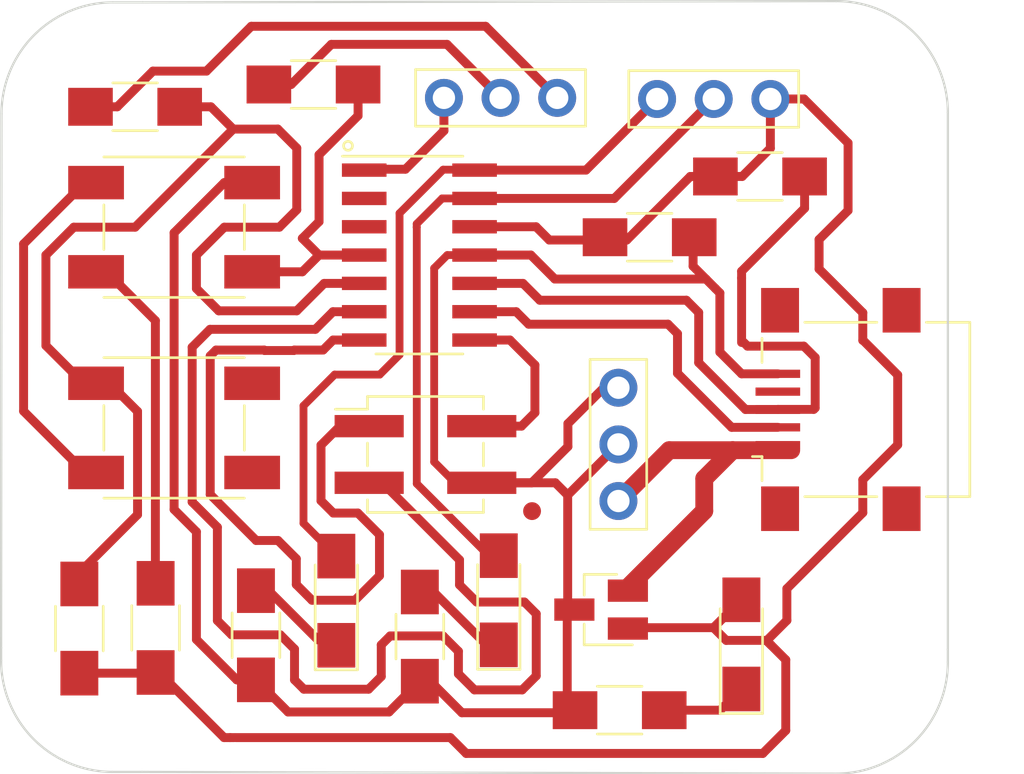
<source format=kicad_pcb>
(kicad_pcb (version 20221018) (generator pcbnew)
  (layers (0 "F.Cu" signal) (31 "B.Cu" signal) (34 "B.Paste" user) (35 "F.Paste" user) (36 "B.SilkS" user "B.Silkscreen") (37 "F.SilkS" user "F.Silkscreen") (38 "B.Mask" user) (39 "F.Mask" user) (44 "Edge.Cuts" user))
  (net 0 "")
  (net 1 "+3.3V")
  (net 2 "GND")
  (net 3 "Net-(D4-K)")
  (net 4 "VBUS")
  (net 9 "Net-(J3-Pin_1)")
  (net 10 "Net-(J3-Pin_2)")
  (net 11 "Net-(D1-K)")
  (net 12 "Net-(D2-K)")
  (net 13 "D-")
  (net 14 "D+")
  (net 15 "Sensor 1")
  (net 16 "Sensor 2")
  (net 17 "+")
  (net 18 "-")
  (net 19 "LIGHT")
  (net 20 "Net-(J5-Pin_2)")
  (net 21 "Net-(J5-Pin_3)")
  (net 22 "Net-(J3-Pin_3)")
  (footprint "fab:R_1206" (layer "F.Cu") (at 182.42 112.3 -90)
    (fp_text reference "R9" hide)
    (fp_text value "R_1206" hide)
    (fp_line (start -1 -1.07) (end 1 -1.07) (stroke (width 0.12)) (layer "F.SilkS"))
    (fp_line (start 1 1.07) (end -1 1.07) (stroke (width 0.12)) (layer "F.SilkS"))
    (pad "1" smd rect (at -2 0 270) (size 2 1.7) (layers "F.Cu" "F.Paste" "F.Mask") (net 12 "Net-(D2-K)"))
    (pad "2" smd rect (at 2 0 270) (size 2 1.7) (layers "F.Cu" "F.Paste" "F.Mask") (net 2 "GND"))
  )
  (footprint "fab:C_1206" (layer "F.Cu") (at 200.075 94.45)
    (fp_text reference "C1" hide)
    (fp_text value "100n" hide)
    (fp_line (start -1 -1.07) (end 1 -1.07) (stroke (width 0.12)) (layer "F.SilkS"))
    (fp_line (start 1 1.07) (end -1 1.07) (stroke (width 0.12)) (layer "F.SilkS"))
    (pad "1" smd rect (at -2 0) (size 2 1.7) (layers "F.Cu" "F.Paste" "F.Mask") (net 1 "+3.3V"))
    (pad "2" smd rect (at 2 0) (size 2 1.7) (layers "F.Cu" "F.Paste" "F.Mask") (net 2 "GND"))
  )
  (footprint "fab:LED_1206" (layer "F.Cu") (at 186.025 110.75 90)
    (fp_text reference "D2" hide)
    (fp_text value "LED_1206" hide)
    (fp_line (start -3.1 -0.95) (end -3.1 0.95) (stroke (width 0.12)) (layer "F.SilkS"))
    (fp_line (start -3.1 -0.95) (end 1.6 -0.95) (stroke (width 0.12)) (layer "F.SilkS"))
    (fp_line (start -3.1 0.95) (end 1.6 0.95) (stroke (width 0.12)) (layer "F.SilkS"))
    (pad "1" smd rect (at -2 0 90) (size 2 1.7) (layers "F.Cu" "F.Paste" "F.Mask") (net 12 "Net-(D2-K)"))
    (pad "2" smd rect (at 2 0 90) (size 2 1.7) (layers "F.Cu" "F.Paste" "F.Mask") (net 16 "Sensor 2"))
  )
  (footprint "fab:Button_Omron_B3SN_6.0x6.0mm" (layer "F.Cu") (at 178.75 103)
    (fp_text reference "SW4" hide)
    (fp_text value "Switch_Tactile_Omron" hide)
    (fp_line (start -3.15 -3.15) (end 3.15 -3.15) (stroke (width 0.12)) (layer "F.SilkS"))
    (fp_line (start -3.15 1) (end -3.15 -1) (stroke (width 0.12)) (layer "F.SilkS"))
    (fp_line (start 3.15 -1) (end 3.15 1) (stroke (width 0.12)) (layer "F.SilkS"))
    (fp_line (start 3.15 3.15) (end -3.15 3.15) (stroke (width 0.12)) (layer "F.SilkS"))
    (pad "1" smd rect (at -3.5 -2) (size 2.5 1.5) (layers "F.Cu" "F.Paste" "F.Mask") (net 17 "+"))
    (pad "1" smd rect (at 3.5 -2) (size 2.5 1.5) (layers "F.Cu" "F.Paste" "F.Mask") (net 17 "+"))
    (pad "2" smd rect (at -3.5 2) (size 2.5 1.5) (layers "F.Cu" "F.Paste" "F.Mask") (net 2 "GND"))
    (pad "2" smd rect (at 3.5 2) (size 2.5 1.5) (layers "F.Cu" "F.Paste" "F.Mask") (net 2 "GND"))
  )
  (footprint "fab:R_1206" (layer "F.Cu") (at 205.025 91.725 180)
    (fp_text reference "R1" hide)
    (fp_text value "1k5" hide)
    (fp_line (start -1 -1.07) (end 1 -1.07) (stroke (width 0.12)) (layer "F.SilkS"))
    (fp_line (start 1 1.07) (end -1 1.07) (stroke (width 0.12)) (layer "F.SilkS"))
    (pad "1" smd rect (at -2 0 180) (size 2 1.7) (layers "F.Cu" "F.Paste" "F.Mask") (net 14 "D+"))
    (pad "2" smd rect (at 2 0 180) (size 2 1.7) (layers "F.Cu" "F.Paste" "F.Mask") (net 1 "+3.3V"))
  )
  (footprint "fab:R_1206" (layer "F.Cu") (at 189.77 112.36 -90)
    (fp_text reference "R7" hide)
    (fp_text value "R_1206" hide)
    (fp_line (start -1 -1.07) (end 1 -1.07) (stroke (width 0.12)) (layer "F.SilkS"))
    (fp_line (start 1 1.07) (end -1 1.07) (stroke (width 0.12)) (layer "F.SilkS"))
    (pad "1" smd rect (at -2 0 270) (size 2 1.7) (layers "F.Cu" "F.Paste" "F.Mask") (net 11 "Net-(D1-K)"))
    (pad "2" smd rect (at 2 0 270) (size 2 1.7) (layers "F.Cu" "F.Paste" "F.Mask") (net 2 "GND"))
  )
  (footprint "fab:R_1206" (layer "F.Cu") (at 177.92 111.97 -90)
    (fp_text reference "R8" hide)
    (fp_text value "R_1206" hide)
    (fp_line (start -1 -1.07) (end 1 -1.07) (stroke (width 0.12)) (layer "F.SilkS"))
    (fp_line (start 1 1.07) (end -1 1.07) (stroke (width 0.12)) (layer "F.SilkS"))
    (pad "1" smd rect (at -2 0 270) (size 2 1.7) (layers "F.Cu" "F.Paste" "F.Mask") (net 18 "-"))
    (pad "2" smd rect (at 2 0 270) (size 2 1.7) (layers "F.Cu" "F.Paste" "F.Mask") (net 1 "+3.3V"))
  )
  (footprint "fab:PinHeader_1x03_P2.54mm_Vertical_THT_D1mm" (layer "F.Cu") (at 190.85 88.2 90)
    (fp_text reference "J5" hide)
    (fp_text value "Conn_PinHeader_1x03_P2.54mm_Vertical_THT_D1mm" hide)
    (fp_line (start -1.27 -1.27) (end -1.27 6.35) (stroke (width 0.12)) (layer "F.SilkS"))
    (fp_line (start -1.27 -1.27) (end 1.27 -1.27) (stroke (width 0.12)) (layer "F.SilkS"))
    (fp_line (start -1.27 6.35) (end 1.27 6.35) (stroke (width 0.12)) (layer "F.SilkS"))
    (fp_line (start 1.27 -1.27) (end 1.27 6.35) (stroke (width 0.12)) (layer "F.SilkS"))
    (pad "1" thru_hole oval (at 0 0 90) (size 1.7 1.7) (drill 1) (layers "*.Cu" "*.Mask") (net 19 "LIGHT"))
    (pad "2" thru_hole oval (at 0 2.54 90) (size 1.7 1.7) (drill 1) (layers "*.Cu" "*.Mask") (net 20 "Net-(J5-Pin_2)"))
    (pad "3" thru_hole oval (at 0 5.08 90) (size 1.7 1.7) (drill 1) (layers "*.Cu" "*.Mask") (net 21 "Net-(J5-Pin_3)"))
  )
  (footprint "fab:R_1206" (layer "F.Cu") (at 177 88.6)
    (fp_text reference "R4" hide)
    (fp_text value "R_1206" hide)
    (fp_line (start -1 -1.07) (end 1 -1.07) (stroke (width 0.12)) (layer "F.SilkS"))
    (fp_line (start 1 1.07) (end -1 1.07) (stroke (width 0.12)) (layer "F.SilkS"))
    (pad "1" smd rect (at -2 0) (size 2 1.7) (layers "F.Cu" "F.Paste" "F.Mask") (net 21 "Net-(J5-Pin_3)"))
    (pad "2" smd rect (at 2 0) (size 2 1.7) (layers "F.Cu" "F.Paste" "F.Mask") (net 17 "+"))
  )
  (footprint "fab:R_1206" (layer "F.Cu") (at 174.5 112 -90)
    (fp_text reference "R3" hide)
    (fp_text value "R_1206" hide)
    (fp_line (start -1 -1.07) (end 1 -1.07) (stroke (width 0.12)) (layer "F.SilkS"))
    (fp_line (start 1 1.07) (end -1 1.07) (stroke (width 0.12)) (layer "F.SilkS"))
    (pad "1" smd rect (at -2 0 270) (size 2 1.7) (layers "F.Cu" "F.Paste" "F.Mask") (net 17 "+"))
    (pad "2" smd rect (at 2 0 270) (size 2 1.7) (layers "F.Cu" "F.Paste" "F.Mask") (net 1 "+3.3V"))
  )
  (footprint "fab:LED_1206" (layer "F.Cu") (at 204.19 112.71 90)
    (fp_text reference "D4" hide)
    (fp_text value "LED" hide)
    (fp_line (start -3.1 -0.95) (end -3.1 0.95) (stroke (width 0.12)) (layer "F.SilkS"))
    (fp_line (start -3.1 -0.95) (end 1.6 -0.95) (stroke (width 0.12)) (layer "F.SilkS"))
    (fp_line (start -3.1 0.95) (end 1.6 0.95) (stroke (width 0.12)) (layer "F.SilkS"))
    (pad "1" smd rect (at -2 0 90) (size 2 1.7) (layers "F.Cu" "F.Paste" "F.Mask") (net 3 "Net-(D4-K)"))
    (pad "2" smd rect (at 2 0 90) (size 2 1.7) (layers "F.Cu" "F.Paste" "F.Mask") (net 1 "+3.3V"))
  )
  (footprint "fab:R_1206" (layer "F.Cu") (at 185 87.6)
    (fp_text reference "R5" hide)
    (fp_text value "R_1206" hide)
    (fp_line (start -1 -1.07) (end 1 -1.07) (stroke (width 0.12)) (layer "F.SilkS"))
    (fp_line (start 1 1.07) (end -1 1.07) (stroke (width 0.12)) (layer "F.SilkS"))
    (pad "1" smd rect (at -2 0) (size 2 1.7) (layers "F.Cu" "F.Paste" "F.Mask") (net 20 "Net-(J5-Pin_2)"))
    (pad "2" smd rect (at 2 0) (size 2 1.7) (layers "F.Cu" "F.Paste" "F.Mask") (net 18 "-"))
  )
  (footprint "fab:SOT-23" (layer "F.Cu") (at 197.9 111.15 180)
    (fp_text reference "U3" hide)
    (fp_text value "LM3480-3.3" hide)
    (fp_line (start 0.76 -1.58) (end -1.4 -1.58) (stroke (width 0.12)) (layer "F.SilkS"))
    (fp_line (start 0.76 -1.58) (end 0.76 -0.65) (stroke (width 0.12)) (layer "F.SilkS"))
    (fp_line (start 0.76 1.58) (end -0.7 1.58) (stroke (width 0.12)) (layer "F.SilkS"))
    (fp_line (start 0.76 1.58) (end 0.76 0.65) (stroke (width 0.12)) (layer "F.SilkS"))
    (pad "1" smd rect (at -1.2 -0.85 180) (size 1.8 1) (layers "F.Cu" "F.Paste" "F.Mask") (net 1 "+3.3V"))
    (pad "2" smd rect (at -1.2 0.85 180) (size 1.8 1) (layers "F.Cu" "F.Paste" "F.Mask") (net 4 "VBUS"))
    (pad "3" smd rect (at 1.2 0 180) (size 1.8 1) (layers "F.Cu" "F.Paste" "F.Mask") (net 2 "GND"))
  )
  (footprint "fab:PinHeader_1x03_P2.54mm_Vertical_THT_D1mm" (layer "F.Cu") (at 200.41 88.25 90)
    (fp_text reference "J2" hide)
    (fp_text value "Conn_PinHeader_1x03_P2.54mm_Vertical_THT_D1mm" hide)
    (fp_line (start -1.27 -1.27) (end -1.27 6.35) (stroke (width 0.12)) (layer "F.SilkS"))
    (fp_line (start -1.27 -1.27) (end 1.27 -1.27) (stroke (width 0.12)) (layer "F.SilkS"))
    (fp_line (start -1.27 6.35) (end 1.27 6.35) (stroke (width 0.12)) (layer "F.SilkS"))
    (fp_line (start 1.27 -1.27) (end 1.27 6.35) (stroke (width 0.12)) (layer "F.SilkS"))
    (pad "1" thru_hole oval (at 0 0 90) (size 1.7 1.7) (drill 1) (layers "*.Cu" "*.Mask") (net 16 "Sensor 2"))
    (pad "2" thru_hole oval (at 0 2.54 90) (size 1.7 1.7) (drill 1) (layers "*.Cu" "*.Mask") (net 15 "Sensor 1"))
    (pad "3" thru_hole oval (at 0 5.08 90) (size 1.7 1.7) (drill 1) (layers "*.Cu" "*.Mask") (net 1 "+3.3V"))
  )
  (footprint "fab:R_1206" (layer "F.Cu") (at 198.73 115.66 180)
    (fp_text reference "R2" hide)
    (fp_text value "499" hide)
    (fp_line (start -1 -1.07) (end 1 -1.07) (stroke (width 0.12)) (layer "F.SilkS"))
    (fp_line (start 1 1.07) (end -1 1.07) (stroke (width 0.12)) (layer "F.SilkS"))
    (pad "1" smd rect (at -2 0 180) (size 2 1.7) (layers "F.Cu" "F.Paste" "F.Mask") (net 3 "Net-(D4-K)"))
    (pad "2" smd rect (at 2 0 180) (size 2 1.7) (layers "F.Cu" "F.Paste" "F.Mask") (net 2 "GND"))
  )
  (footprint "fab:Button_Omron_B3SN_6.0x6.0mm" (layer "F.Cu") (at 178.75 94 180)
    (fp_text reference "SW1" hide)
    (fp_text value "Switch_Tactile_Omron" hide)
    (fp_line (start -3.15 -3.15) (end 3.15 -3.15) (stroke (width 0.12)) (layer "F.SilkS"))
    (fp_line (start -3.15 1) (end -3.15 -1) (stroke (width 0.12)) (layer "F.SilkS"))
    (fp_line (start 3.15 -1) (end 3.15 1) (stroke (width 0.12)) (layer "F.SilkS"))
    (fp_line (start 3.15 3.15) (end -3.15 3.15) (stroke (width 0.12)) (layer "F.SilkS"))
    (pad "1" smd rect (at -3.5 -2 180) (size 2.5 1.5) (layers "F.Cu" "F.Paste" "F.Mask") (net 18 "-"))
    (pad "1" smd rect (at 3.5 -2 180) (size 2.5 1.5) (layers "F.Cu" "F.Paste" "F.Mask") (net 18 "-"))
    (pad "2" smd rect (at -3.5 2 180) (size 2.5 1.5) (layers "F.Cu" "F.Paste" "F.Mask") (net 2 "GND"))
    (pad "2" smd rect (at 3.5 2 180) (size 2.5 1.5) (layers "F.Cu" "F.Paste" "F.Mask") (net 2 "GND"))
  )
  (footprint "fab:PinHeader_2x02_P2.54mm_Vertical_SMD" (layer "F.Cu") (at 190.0225 104.1925)
    (fp_text reference "J3" hide)
    (fp_text value "Conn_PinHeader_2x02_P2.54mm_Vertical_SMD" hide)
    (fp_circle (center 4.78 2.54) (end 5.08 2.54) (stroke (width 0.2)) (fill solid) (layer "F.Cu"))
    (fp_line (start -4.04 -2.03) (end -2.6 -2.03) (stroke (width 0.12)) (layer "F.SilkS"))
    (fp_line (start -2.6 -2.6) (end -2.6 -2.03) (stroke (width 0.12)) (layer "F.SilkS"))
    (fp_line (start -2.6 -2.6) (end 2.6 -2.6) (stroke (width 0.12)) (layer "F.SilkS"))
    (fp_line (start -2.6 -0.51) (end -2.6 0.51) (stroke (width 0.12)) (layer "F.SilkS"))
    (fp_line (start -2.6 2.03) (end -2.6 2.6) (stroke (width 0.12)) (layer "F.SilkS"))
    (fp_line (start -2.6 2.6) (end 2.6 2.6) (stroke (width 0.12)) (layer "F.SilkS"))
    (fp_line (start 2.6 -2.6) (end 2.6 -2.03) (stroke (width 0.12)) (layer "F.SilkS"))
    (fp_line (start 2.6 -0.51) (end 2.6 0.51) (stroke (width 0.12)) (layer "F.SilkS"))
    (fp_line (start 2.6 2.03) (end 2.6 2.6) (stroke (width 0.12)) (layer "F.SilkS"))
    (pad "1" smd rect (at -2.525 -1.27) (size 3.1 1) (layers "F.Cu" "F.Paste" "F.Mask") (net 9 "Net-(J3-Pin_1)"))
    (pad "2" smd rect (at 2.525 -1.27) (size 3.1 1) (layers "F.Cu" "F.Paste" "F.Mask") (net 10 "Net-(J3-Pin_2)"))
    (pad "3" smd rect (at -2.525 1.27) (size 3.1 1) (layers "F.Cu" "F.Paste" "F.Mask") (net 22 "Net-(J3-Pin_3)"))
    (pad "4" smd rect (at 2.525 1.27) (size 3.1 1) (layers "F.Cu" "F.Paste" "F.Mask") (net 2 "GND"))
  )
  (footprint "Connector_USB:USB_Mini-B_Lumberg_2486_01_Horizontal" (layer "F.Cu") (at 208.525 102.175 90)
    (fp_text reference "J1" hide)
    (fp_text value "USB_B_Micro")
    (fp_line (start -3.91 1.74) (end -3.91 -1.49) (stroke (width 0.12)) (layer "F.SilkS"))
    (fp_line (start -3.91 5.91) (end -3.91 3.96) (stroke (width 0.12)) (layer "F.SilkS"))
    (fp_line (start -3.19 -3.41) (end -2.11 -3.41) (stroke (width 0.12)) (layer "F.SilkS"))
    (fp_line (start -2.11 -3.41) (end -2.11 -3.84) (stroke (width 0.12)) (layer "F.SilkS"))
    (fp_line (start 2.11 -3.41) (end 3.19 -3.41) (stroke (width 0.12)) (layer "F.SilkS"))
    (fp_line (start 3.91 1.74) (end 3.91 -1.49) (stroke (width 0.12)) (layer "F.SilkS"))
    (fp_line (start 3.91 5.91) (end -3.91 5.91) (stroke (width 0.12)) (layer "F.SilkS"))
    (fp_line (start 3.91 5.91) (end 3.91 3.96) (stroke (width 0.12)) (layer "F.SilkS"))
    (pad "" np_thru_hole circle (at -2.2 0 90) (size 1 1) (drill 1) (layers "*.Cu"))
    (pad "" np_thru_hole circle (at 2.2 0 90) (size 1 1) (drill 1) (layers "*.Cu" "*.Mask"))
    (pad "1" smd rect (at -1.6 -2.7 90) (size 0.37 2) (layers "F.Cu" "F.Paste" "F.Mask") (net 4 "VBUS"))
    (pad "2" smd rect (at -0.8 -2.7 90) (size 0.37 2) (layers "F.Cu" "F.Paste" "F.Mask") (net 13 "D-"))
    (pad "3" smd rect (at 0 -2.7 90) (size 0.4 2) (layers "F.Cu" "F.Paste" "F.Mask") (net 14 "D+"))
    (pad "4" smd rect (at 0.8 -2.7 90) (size 0.37 2) (layers "F.Cu" "F.Paste" "F.Mask"))
    (pad "5" smd rect (at 1.6 -2.7 90) (size 0.37 2) (layers "F.Cu" "F.Paste" "F.Mask") (net 2 "GND"))
    (pad "6" smd rect (at -4.45 -2.6 90) (size 2 1.7) (layers "F.Cu" "F.Paste" "F.Mask"))
    (pad "6" smd rect (at -4.45 2.85 90) (size 2 1.7) (layers "F.Cu" "F.Paste" "F.Mask"))
    (pad "6" smd rect (at 4.45 -2.6 90) (size 2 1.7) (layers "F.Cu" "F.Paste" "F.Mask"))
    (pad "6" smd rect (at 4.45 2.85 90) (size 2 1.7) (layers "F.Cu" "F.Paste" "F.Mask"))
  )
  (footprint "fab:SOIC-14_3.9x8.7mm_P1.27mm" (layer "F.Cu") (at 189.75 95.25)
    (fp_text reference "U1" hide)
    (fp_text value "ATSAMD11C14A-SS" hide)
    (fp_line (start 0 -4.435) (end -3.45 -4.435) (stroke (width 0.12)) (layer "F.SilkS"))
    (fp_line (start 0 -4.435) (end 1.95 -4.435) (stroke (width 0.12)) (layer "F.SilkS"))
    (fp_line (start 0 4.435) (end -1.95 4.435) (stroke (width 0.12)) (layer "F.SilkS"))
    (fp_line (start 0 4.435) (end 1.95 4.435) (stroke (width 0.12)) (layer "F.SilkS"))
    (fp_circle (center -3.2 -4.9) (end -3.2 -4.7) (stroke (width 0.12)) (fill none) (layer "F.SilkS"))
    (pad "1" smd rect (at -2.475 -3.81) (size 2 0.6) (layers "F.Cu" "F.Paste" "F.Mask") (net 19 "LIGHT"))
    (pad "2" smd rect (at -2.475 -2.54) (size 2 0.6) (layers "F.Cu" "F.Paste" "F.Mask"))
    (pad "3" smd rect (at -2.475 -1.27) (size 2 0.6) (layers "F.Cu" "F.Paste" "F.Mask"))
    (pad "4" smd rect (at -2.475 0) (size 2 0.6) (layers "F.Cu" "F.Paste" "F.Mask") (net 18 "-"))
    (pad "5" smd rect (at -2.475 1.27) (size 2 0.6) (layers "F.Cu" "F.Paste" "F.Mask") (net 17 "+"))
    (pad "6" smd rect (at -2.475 2.54) (size 2 0.6) (layers "F.Cu" "F.Paste" "F.Mask") (net 22 "Net-(J3-Pin_3)"))
    (pad "7" smd rect (at -2.475 3.81) (size 2 0.6) (layers "F.Cu" "F.Paste" "F.Mask") (net 9 "Net-(J3-Pin_1)"))
    (pad "8" smd rect (at 2.475 3.81) (size 2 0.6) (layers "F.Cu" "F.Paste" "F.Mask") (net 10 "Net-(J3-Pin_2)"))
    (pad "9" smd rect (at 2.475 2.54) (size 2 0.6) (layers "F.Cu" "F.Paste" "F.Mask") (net 13 "D-"))
    (pad "10" smd rect (at 2.475 1.27) (size 2 0.6) (layers "F.Cu" "F.Paste" "F.Mask") (net 14 "D+"))
    (pad "11" smd rect (at 2.475 0) (size 2 0.6) (layers "F.Cu" "F.Paste" "F.Mask") (net 2 "GND"))
    (pad "12" smd rect (at 2.475 -1.27) (size 2 0.6) (layers "F.Cu" "F.Paste" "F.Mask") (net 1 "+3.3V"))
    (pad "13" smd rect (at 2.475 -2.54) (size 2 0.6) (layers "F.Cu" "F.Paste" "F.Mask") (net 15 "Sensor 1"))
    (pad "14" smd rect (at 2.475 -3.81) (size 2 0.6) (layers "F.Cu" "F.Paste" "F.Mask") (net 16 "Sensor 2"))
  )
  (footprint "fab:LED_1206" (layer "F.Cu") (at 193.31 110.73 90)
    (fp_text reference "D1" hide)
    (fp_text value "LED_1206" hide)
    (fp_line (start -3.1 -0.95) (end -3.1 0.95) (stroke (width 0.12)) (layer "F.SilkS"))
    (fp_line (start -3.1 -0.95) (end 1.6 -0.95) (stroke (width 0.12)) (layer "F.SilkS"))
    (fp_line (start -3.1 0.95) (end 1.6 0.95) (stroke (width 0.12)) (layer "F.SilkS"))
    (pad "1" smd rect (at -2 0 90) (size 2 1.7) (layers "F.Cu" "F.Paste" "F.Mask") (net 11 "Net-(D1-K)"))
    (pad "2" smd trapezoid (at 2 0 90) (size 2 1.7) (layers "F.Cu" "F.Paste" "F.Mask") (net 15 "Sensor 1"))
  )
  (footprint "fab:PinHeader_1x03_P2.54mm_Vertical_THT_D1mm" (layer "F.Cu") (at 198.675 101.2)
    (fp_text reference "J4" hide)
    (fp_text value "Conn_PinHeader_1x03_P2.54mm_Vertical_THT_D1mm" hide)
    (fp_line (start -1.27 -1.27) (end -1.27 6.35) (stroke (width 0.12)) (layer "F.SilkS"))
    (fp_line (start -1.27 -1.27) (end 1.27 -1.27) (stroke (width 0.12)) (layer "F.SilkS"))
    (fp_line (start -1.27 6.35) (end 1.27 6.35) (stroke (width 0.12)) (layer "F.SilkS"))
    (fp_line (start 1.27 -1.27) (end 1.27 6.35) (stroke (width 0.12)) (layer "F.SilkS"))
    (pad "1" thru_hole oval (at 0 0) (size 1.7 1.7) (drill 1) (layers "*.Cu" "*.Mask") (net 2 "GND"))
    (pad "2" thru_hole oval (at 0 2.54) (size 1.7 1.7) (drill 1) (layers "*.Cu" "*.Mask") (net 2 "GND"))
    (pad "3" thru_hole oval (at 0 5.08) (size 1.7 1.7) (drill 1) (layers "*.Cu" "*.Mask") (net 4 "VBUS"))
  )
  (gr_line (start 213.45 88.860652) (end 213.45 112.939347) (stroke (width 0.1)) (layer "Edge.Cuts"))
  (gr_line (start 170.991479 112.859987) (end 170.991479 113.425) (stroke (width 0.1)) (layer "Edge.Cuts"))
  (gr_line (start 176 83.917419) (end 177.337199 83.917419) (stroke (width 0.1)) (layer "Edge.Cuts"))
  (gr_arc (start 208.440876 83.860661) (mid 211.982295 85.321896) (end 213.45 88.860652) (stroke (width 0.1)) (layer "Edge.Cuts"))
  (gr_arc (start 175.97932 118.42867) (mid 172.450401 116.958574) (end 170.991479 113.425) (stroke (width 0.1)) (layer "Edge.Cuts"))
  (gr_arc (start 213.45 113.50436) (mid 211.981216 117.044159) (end 208.437842 118.504345) (stroke (width 0.1)) (layer "Edge.Cuts"))
  (gr_line (start 177.337199 83.917419) (end 208.440876 83.860661) (stroke (width 0.1)) (layer "Edge.Cuts"))
  (gr_line (start 208.437842 118.504345) (end 177.316519 118.42867) (stroke (width 0.1)) (layer "Edge.Cuts"))
  (gr_line (start 175.97932 118.42867) (end 177.316519 118.42867) (stroke (width 0.1)) (layer "Edge.Cuts"))
  (gr_arc (start 171.009126 88.913726) (mid 172.471659 85.383767) (end 176 83.917419) (stroke (width 0.1)) (layer "Edge.Cuts"))
  (gr_line (start 213.45 112.939347) (end 213.45 113.50436) (stroke (width 0.1)) (layer "Edge.Cuts"))
  (gr_line (start 170.991479 112.859987) (end 171.009126 88.913726) (stroke (width 0.1)) (layer "Edge.Cuts"))
  (segment (start 191.85 117.6) (end 191.14 116.89) (width 0.4) (layer "F.Cu") (net 1))
  (segment (start 180.99 116.89) (end 181.26 116.89) (width 0.4) (layer "F.Cu") (net 1))
  (segment (start 209.65 99.075) (end 209.635 99.075) (width 0.4) (layer "F.Cu") (net 1))
  (segment (start 207.84 108.6) (end 206.23 110.21) (width 0.4) (layer "F.Cu") (net 1))
  (segment (start 175.175 114) (end 177.825 114) (width 0.4) (layer "F.Cu") (net 1))
  (segment (start 201.9 91.725) (end 203.025 91.725) (width 0.4) (layer "F.Cu") (net 1))
  (segment (start 199.05 94.575) (end 201.9 91.725) (width 0.4) (layer "F.Cu") (net 1))
  (segment (start 207.675 94.55) (end 208.975 93.25) (width 0.4) (layer "F.Cu") (net 1))
  (segment (start 205.322756 112.542756) (end 206.18 113.4) (width 0.4) (layer "F.Cu") (net 1))
  (segment (start 194.98 93.98) (end 195.575 94.575) (width 0.4) (layer "F.Cu") (net 1))
  (segment (start 206.18 113.4) (end 206.18 116.57) (width 0.4) (layer "F.Cu") (net 1))
  (segment (start 202.94 111.96) (end 199.31 111.96) (width 0.4) (layer "F.Cu") (net 1))
  (segment (start 205.322756 112.542756) (end 206.23 111.635512) (width 0.4) (layer "F.Cu") (net 1))
  (segment (start 209.635 105.325) (end 211.2 103.76) (width 0.4) (layer "F.Cu") (net 1))
  (segment (start 209.635 99.075) (end 209.635 97.835) (width 0.4) (layer "F.Cu") (net 1))
  (segment (start 203.51 112.53) (end 202.94 111.96) (width 0.4) (layer "F.Cu") (net 1))
  (segment (start 198.98 111.97) (end 198.95 112) (width 0.4) (layer "F.Cu") (net 1))
  (segment (start 209.635 97.835) (end 207.675 95.875) (width 0.4) (layer "F.Cu") (net 1))
  (segment (start 207 88.25) (end 205.49 88.25) (width 0.4) (layer "F.Cu") (net 1))
  (segment (start 209.635 106.805) (end 209.635 105.325) (width 0.4) (layer "F.Cu") (net 1))
  (segment (start 195.575 94.575) (end 199.05 94.575) (width 0.4) (layer "F.Cu") (net 1))
  (segment (start 178.51 114.41) (end 180.99 116.89) (width 0.4) (layer "F.Cu") (net 1))
  (segment (start 208.975 90.225) (end 207 88.25) (width 0.4) (layer "F.Cu") (net 1))
  (segment (start 206.23 111.635512) (end 206.23 110.21) (width 0.4) (layer "F.Cu") (net 1))
  (segment (start 208.975 93.25) (end 208.975 90.225) (width 0.4) (layer "F.Cu") (net 1))
  (segment (start 174.75 114.425) (end 175.175 114) (width 0.4) (layer "F.Cu") (net 1))
  (segment (start 205.49 90.46) (end 205.49 88.25) (width 0.4) (layer "F.Cu") (net 1))
  (segment (start 205.15 117.6) (end 191.85 117.6) (width 0.4) (layer "F.Cu") (net 1))
  (segment (start 211.2 100.625) (end 209.65 99.075) (width 0.4) (layer "F.Cu") (net 1))
  (segment (start 207.675 95.875) (end 207.675 94.55) (width 0.4) (layer "F.Cu") (net 1))
  (segment (start 206.18 116.57) (end 205.15 117.6) (width 0.4) (layer "F.Cu") (net 1))
  (segment (start 205.31 112.53) (end 203.51 112.53) (width 0.4) (layer "F.Cu") (net 1))
  (segment (start 211.2 103.76) (end 211.2 100.625) (width 0.4) (layer "F.Cu") (net 1))
  (segment (start 192.225 93.98) (end 194.98 93.98) (width 0.4) (layer "F.Cu") (net 1))
  (segment (start 205.53 112.75) (end 205.31 112.53) (width 0.4) (layer "F.Cu") (net 1))
  (segment (start 204.19 110.71) (end 202.94 111.96) (width 0.4) (layer "F.Cu") (net 1))
  (segment (start 204.225 91.725) (end 205.49 90.46) (width 0.4) (layer "F.Cu") (net 1))
  (segment (start 191.14 116.89) (end 181.5175 116.89) (width 0.4) (layer "F.Cu") (net 1))
  (segment (start 203.025 91.725) (end 204.225 91.725) (width 0.4) (layer "F.Cu") (net 1))
  (segment (start 177.825 114) (end 178.25 114.425) (width 0.4) (layer "F.Cu") (net 1))
  (segment (start 181.4425 116.89) (end 181.26 116.89) (width 0.4) (layer "F.Cu") (net 1))
  (segment (start 207.84 108.6) (end 209.635 106.805) (width 0.4) (layer "F.Cu") (net 1))
  (segment (start 205.825 100.575) (end 204.2 100.575) (width 0.4) (layer "F.Cu") (net 2))
  (segment (start 192.5475 105.4625) (end 191.35 105.4625) (width 0.35) (layer "F.Cu") (net 2))
  (segment (start 202.025 95.75) (end 202.6 96.325) (width 0.4) (layer "F.Cu") (net 2))
  (segment (start 183.86 115.74) (end 182.42 114.3) (width 0.4) (layer "F.Cu") (net 2))
  (segment (start 190.4125 95.8375) (end 191 95.25) (width 0.35) (layer "F.Cu") (net 2))
  (segment (start 178.75 106.66) (end 178.75 94.25) (width 0.4) (layer "F.Cu") (net 2))
  (segment (start 195.8475 105.4625) (end 192.5475 105.4625) (width 0.4) (layer "F.Cu") (net 2))
  (segment (start 202.6 96.325) (end 203.025 96.75) (width 0.4) (layer "F.Cu") (net 2))
  (segment (start 192.475 95.25) (end 194.75 95.25) (width 0.4) (layer "F.Cu") (net 2))
  (segment (start 191.35 105.4625) (end 190.4125 104.525) (width 0.35) (layer "F.Cu") (net 2))
  (segment (start 182.42 114.3) (end 181.56 114.3) (width 0.4) (layer "F.Cu") (net 2))
  (segment (start 178.75 94.25) (end 181 92) (width 0.4) (layer "F.Cu") (net 2))
  (segment (start 181 92) (end 182.25 92) (width 0.4) (layer "F.Cu") (net 2))
  (segment (start 194.75 95.25) (end 195.825 96.325) (width 0.4) (layer "F.Cu") (net 2))
  (segment (start 198.675 101.2) (end 198.02 101.2) (width 0.4) (layer "F.Cu") (net 2))
  (segment (start 188.39 115.74) (end 183.86 115.74) (width 0.4) (layer "F.Cu") (net 2))
  (segment (start 174.75 92) (end 172 94.75) (width 0.4) (layer "F.Cu") (net 2))
  (segment (start 202.025 94.6) (end 202.025 95.75) (width 0.4) (layer "F.Cu") (net 2))
  (segment (start 190.4125 104.525) (end 190.4125 95.8375) (width 0.35) (layer "F.Cu") (net 2))
  (segment (start 179.75 107.66) (end 178.75 106.66) (width 0.4) (layer "F.Cu") (net 2))
  (segment (start 203.225 96.95) (end 203.025 96.75) (width 0.4) (layer "F.Cu") (net 2))
  (segment (start 189.73 113.85) (end 191.655 115.775) (width 0.4) (layer "F.Cu") (net 2))
  (segment (start 172 94.75) (end 172 102.25) (width 0.4) (layer "F.Cu") (net 2))
  (segment (start 196.4 111) (end 196.4 106.015) (width 0.4) (layer "F.Cu") (net 2))
  (segment (start 196.55 111.15) (end 196.4 111) (width 0.4) (layer "F.Cu") (net 2))
  (segment (start 189.4 114.73) (end 188.39 115.74) (width 0.4) (layer "F.Cu") (net 2))
  (segment (start 196.41 103.84) (end 194.7875 105.4625) (width 0.4) (layer "F.Cu") (net 2))
  (segment (start 172 102.25) (end 174.75 105) (width 0.4) (layer "F.Cu") (net 2))
  (segment (start 196.4 106.015) (end 195.8475 105.4625) (width 0.4) (layer "F.Cu") (net 2))
  (segment (start 194.7875 105.4625) (end 192.5475 105.4625) (width 0.4) (layer "F.Cu") (net 2))
  (segment (start 198.02 101.2) (end 196.41 102.81) (width 0.4) (layer "F.Cu") (net 2))
  (segment (start 196.4 106.015) (end 198.675 103.74) (width 0.4) (layer "F.Cu") (net 2))
  (segment (start 203.225 99.6) (end 203.225 96.95) (width 0.4) (layer "F.Cu") (net 2))
  (segment (start 175.25 92) (end 174.75 92) (width 0.4) (layer "F.Cu") (net 2))
  (segment (start 189.4 113.85) (end 189.4 114.73) (width 0.4) (layer "F.Cu") (net 2))
  (segment (start 204.2 100.575) (end 203.225 99.6) (width 0.4) (layer "F.Cu") (net 2))
  (segment (start 191 95.25) (end 192.225 95.25) (width 0.35) (layer "F.Cu") (net 2))
  (segment (start 179.75 112.49) (end 179.75 107.66) (width 0.4) (layer "F.Cu") (net 2))
  (segment (start 196.41 102.81) (end 196.41 103.84) (width 0.4) (layer "F.Cu") (net 2))
  (segment (start 189.575 113.85) (end 189.73 113.85) (width 0.4) (layer "F.Cu") (net 2))
  (segment (start 196.38 111.32) (end 196.55 111.15) (width 0.4) (layer "F.Cu") (net 2))
  (segment (start 174.75 105) (end 175.25 105) (width 0.4) (layer "F.Cu") (net 2))
  (segment (start 196.38 115.775) (end 196.38 111.32) (width 0.4) (layer "F.Cu") (net 2))
  (segment (start 191.655 115.775) (end 196.38 115.775) (width 0.4) (layer "F.Cu") (net 2))
  (segment (start 181.56 114.3) (end 179.75 112.49) (width 0.4) (layer "F.Cu") (net 2))
  (segment (start 196.55 111.15) (end 196.39 110.99) (width 0.4) (layer "F.Cu") (net 2))
  (segment (start 195.825 96.325) (end 202.6 96.325) (width 0.4) (layer "F.Cu") (net 2))
  (segment (start 203.24 115.66) (end 204.19 114.71) (width 0.4) (layer "F.Cu") (net 3))
  (segment (start 200.58 115.66) (end 203.24 115.66) (width 0.4) (layer "F.Cu") (net 3))
  (segment (start 202.525 105.275) (end 203.8 104) (width 0.8) (layer "F.Cu") (net 4))
  (segment (start 203.8 104) (end 200.955 104) (width 0.8) (layer "F.Cu") (net 4))
  (segment (start 206.425 104) (end 203.8 104) (width 0.8) (layer "F.Cu") (net 4))
  (segment (start 198.95 110.3) (end 202.525 106.725) (width 0.8) (layer "F.Cu") (net 4))
  (segment (start 202.525 106.725) (end 202.525 105.275) (width 0.8) (layer "F.Cu") (net 4))
  (segment (start 200.955 104) (end 198.675 106.28) (width 0.8) (layer "F.Cu") (net 4))
  (segment (start 184.23 108.87) (end 184.23 110.025) (width 0.4) (layer "F.Cu") (net 9))
  (segment (start 187.275 99.06) (end 185.88 99.06) (width 0.4) (layer "F.Cu") (net 9))
  (segment (start 186.99 106.82) (end 185.89 106.82) (width 0.4) (layer "F.Cu") (net 9))
  (segment (start 185.89 106.82) (end 185.3375 106.2675) (width 0.4) (layer "F.Cu") (net 9))
  (segment (start 182.431024 108.05) (end 183.41 108.05) (width 0.4) (layer "F.Cu") (net 9))
  (segment (start 185.3375 106.2675) (end 185.3375 103.7725) (width 0.4) (layer "F.Cu") (net 9))
  (segment (start 185.88 99.06) (end 185.43 99.51) (width 0.4) (layer "F.Cu") (net 9))
  (segment (start 182.79 99.51) (end 180.63 99.51) (width 0.4) (layer "F.Cu") (net 9))
  (segment (start 186.1875 102.9225) (end 187.4975 102.9225) (width 0.4) (layer "F.Cu") (net 9))
  (segment (start 187.96 109.63) (end 187.96 107.79) (width 0.4) (layer "F.Cu") (net 9))
  (segment (start 185.3375 103.7725) (end 186.1875 102.9225) (width 0.4) (layer "F.Cu") (net 9))
  (segment (start 186.86 110.73) (end 187.96 109.63) (width 0.4) (layer "F.Cu") (net 9))
  (segment (start 185.43 99.51) (end 184.14 99.51) (width 0.4) (layer "F.Cu") (net 9))
  (segment (start 184.14 99.51) (end 184.12 99.53) (width 0.4) (layer "F.Cu") (net 9))
  (segment (start 180.37 105.988976) (end 182.431024 108.05) (width 0.4) (layer "F.Cu") (net 9))
  (segment (start 180.63 99.51) (end 180.37 99.77) (width 0.4) (layer "F.Cu") (net 9))
  (segment (start 187.96 107.79) (end 186.99 106.82) (width 0.4) (layer "F.Cu") (net 9))
  (segment (start 184.12 99.53) (end 182.81 99.53) (width 0.4) (layer "F.Cu") (net 9))
  (segment (start 180.37 99.77) (end 180.37 105.988976) (width 0.4) (layer "F.Cu") (net 9))
  (segment (start 184.23 110.025) (end 184.935 110.73) (width 0.4) (layer "F.Cu") (net 9))
  (segment (start 183.41 108.05) (end 184.23 108.87) (width 0.4) (layer "F.Cu") (net 9))
  (segment (start 182.81 99.53) (end 182.79 99.51) (width 0.4) (layer "F.Cu") (net 9))
  (segment (start 184.935 110.73) (end 186.86 110.73) (width 0.4) (layer "F.Cu") (net 9))
  (segment (start 194.93 102.32) (end 194.3275 102.9225) (width 0.4) (layer "F.Cu") (net 10))
  (segment (start 194.93 100.18) (end 194.93 102.32) (width 0.4) (layer "F.Cu") (net 10))
  (segment (start 194.3275 102.9225) (end 192.5475 102.9225) (width 0.4) (layer "F.Cu") (net 10))
  (segment (start 193.81 99.06) (end 194.93 100.18) (width 0.4) (layer "F.Cu") (net 10))
  (segment (start 192.225 99.06) (end 193.81 99.06) (width 0.4) (layer "F.Cu") (net 10))
  (segment (start 189.5 109.85) (end 189.88 109.85) (width 0.4) (layer "F.Cu") (net 11))
  (segment (start 192.68 112.65) (end 193 112.65) (width 0.4) (layer "F.Cu") (net 11))
  (segment (start 189.88 109.85) (end 192.68 112.65) (width 0.4) (layer "F.Cu") (net 11))
  (segment (start 182.5 109.85) (end 182.82 109.85) (width 0.4) (layer "F.Cu") (net 12))
  (segment (start 182.99 110.3) (end 185.19 112.5) (width 0.4) (layer "F.Cu") (net 12))
  (segment (start 182.42 110.3) (end 182.99 110.3) (width 0.4) (layer "F.Cu") (net 12))
  (segment (start 185.19 112.5) (end 186.025 112.5) (width 0.4) (layer "F.Cu") (net 12))
  (segment (start 201.325 100.55) (end 203.75 102.975) (width 0.4) (layer "F.Cu") (net 13))
  (segment (start 203.75 102.975) (end 205.825 102.975) (width 0.4) (layer "F.Cu") (net 13))
  (segment (start 201.325 98.775) (end 201.325 100.55) (width 0.4) (layer "F.Cu") (net 13))
  (segment (start 192.225 97.79) (end 194.09 97.79) (width 0.4) (layer "F.Cu") (net 13))
  (segment (start 200.9 98.35) (end 201.325 98.775) (width 0.4) (layer "F.Cu") (net 13))
  (segment (start 194.09 97.79) (end 194.65 98.35) (width 0.4) (layer "F.Cu") (net 13))
  (segment (start 194.65 98.35) (end 200.9 98.35) (width 0.4) (layer "F.Cu") (net 13))
  (segment (start 202.275 97.825) (end 202.275 100.075) (width 0.4) (layer "F.Cu") (net 14))
  (segment (start 204.375 102.175) (end 205.825 102.175) (width 0.4) (layer "F.Cu") (net 14))
  (segment (start 204.2 96.28) (end 204.2 95.975) (width 0.4) (layer "F.Cu") (net 14))
  (segment (start 207.435 102.17) (end 207.5 102.105) (width 0.4) (layer "F.Cu") (net 14))
  (segment (start 207.5 99.845) (end 206.99 99.335) (width 0.4) (layer "F.Cu") (net 14))
  (segment (start 202.275 100.075) (end 204.375 102.175) (width 0.4) (layer "F.Cu") (net 14))
  (segment (start 192.225 96.52) (end 194.395 96.52) (width 0.4) (layer "F.Cu") (net 14))
  (segment (start 201.725 97.275) (end 202.275 97.825) (width 0.4) (layer "F.Cu") (net 14))
  (segment (start 204.465 99.335) (end 204.3 99.17) (width 0.4) (layer "F.Cu") (net 14))
  (segment (start 204.2 95.975) (end 207.025 93.15) (width 0.4) (layer "F.Cu") (net 14))
  (segment (start 205.825 102.175) (end 205.83 102.17) (width 0.4) (layer "F.Cu") (net 14))
  (segment (start 207.5 102.105) (end 207.5 99.845) (width 0.4) (layer "F.Cu") (net 14))
  (segment (start 206.99 99.335) (end 204.465 99.335) (width 0.4) (layer "F.Cu") (net 14))
  (segment (start 204.2 99.17) (end 204.2 96.28) (width 0.4) (layer "F.Cu") (net 14))
  (segment (start 195.15 97.275) (end 201.725 97.275) (width 0.4) (layer "F.Cu") (net 14))
  (segment (start 194.395 96.52) (end 195.15 97.275) (width 0.4) (layer "F.Cu") (net 14))
  (segment (start 207.025 93.15) (end 207.025 91.725) (width 0.4) (layer "F.Cu") (net 14))
  (segment (start 205.83 102.17) (end 207.435 102.17) (width 0.4) (layer "F.Cu") (net 14))
  (segment (start 190.77 92.71) (end 189.63 93.85) (width 0.35) (layer "F.Cu") (net 15))
  (segment (start 192.78 108.65) (end 193 108.65) (width 0.35) (layer "F.Cu") (net 15))
  (segment (start 189.6325 105.5025) (end 192.78 108.65) (width 0.35) (layer "F.Cu") (net 15))
  (segment (start 198.49 92.71) (end 202.95 88.25) (width 0.4) (layer "F.Cu") (net 15))
  (segment (start 192.225 92.71) (end 190.77 92.71) (width 0.35) (layer "F.Cu") (net 15))
  (segment (start 192.225 92.71) (end 198.49 92.71) (width 0.4) (layer "F.Cu") (net 15))
  (segment (start 189.63 93.85) (end 189.63 94) (width 0.35) (layer "F.Cu") (net 15))
  (segment (start 189.6325 94.0025) (end 189.6325 105.5025) (width 0.35) (layer "F.Cu") (net 15))
  (segment (start 189.63 94) (end 189.6325 94.0025) (width 0.35) (layer "F.Cu") (net 15))
  (segment (start 188.86 99.72) (end 187.97 100.61) (width 0.35) (layer "F.Cu") (net 16))
  (segment (start 188.86 93.375) (end 188.86 99.72) (width 0.35) (layer "F.Cu") (net 16))
  (segment (start 197.22 91.44) (end 200.41 88.25) (width 0.4) (layer "F.Cu") (net 16))
  (segment (start 192.27 91.42) (end 190.815 91.42) (width 0.35) (layer "F.Cu") (net 16))
  (segment (start 184.5525 102.0075) (end 184.5525 107.2775) (width 0.35) (layer "F.Cu") (net 16))
  (segment (start 184.5525 107.2775) (end 186.025 108.75) (width 0.35) (layer "F.Cu") (net 16))
  (segment (start 185.95 100.61) (end 184.5525 102.0075) (width 0.35) (layer "F.Cu") (net 16))
  (segment (start 187.97 100.61) (end 185.95 100.61) (width 0.35) (layer "F.Cu") (net 16))
  (segment (start 192.225 91.44) (end 197.22 91.44) (width 0.4) (layer "F.Cu") (net 16))
  (segment (start 190.815 91.42) (end 188.86 93.375) (width 0.35) (layer "F.Cu") (net 16))
  (segment (start 177.11 106.89) (end 174.75 109.25) (width 0.4) (layer "F.Cu") (net 17))
  (segment (start 187.275 96.52) (end 185.48 96.52) (width 0.4) (layer "F.Cu") (net 17))
  (segment (start 177.11 102.26) (end 177.11 106.89) (width 0.4) (layer "F.Cu") (net 17))
  (segment (start 182.25 101) (end 182.25 100.5) (width 0.4) (layer "F.Cu") (net 17))
  (segment (start 175.85 101) (end 177.11 102.26) (width 0.4) (layer "F.Cu") (net 17))
  (segment (start 177 94) (end 174.25 94) (width 0.4) (layer "F.Cu") (net 17))
  (segment (start 179.75 96.75) (end 179.75 95.25) (width 0.4) (layer "F.Cu") (net 17))
  (segment (start 183.4 89.6) (end 181.4 89.6) (width 0.4) (layer "F.Cu") (net 17))
  (segment (start 181.4 89.6) (end 180.4 88.6) (width 0.4) (layer "F.Cu") (net 17))
  (segment (start 184.25 90.45) (end 183.4 89.6) (width 0.4) (layer "F.Cu") (net 17))
  (segment (start 174.25 94) (end 173 95.25) (width 0.4) (layer "F.Cu") (net 17))
  (segment (start 184.25 97.75) (end 180.75 97.75) (width 0.4) (layer "F.Cu") (net 17))
  (segment (start 173 99.31) (end 174.69 101) (width 0.4) (layer "F.Cu") (net 17))
  (segment (start 180.4 88.6) (end 179 88.6) (width 0.4) (layer "F.Cu") (net 17))
  (segment (start 185.48 96.52) (end 184.25 97.75) (width 0.4) (layer "F.Cu") (net 17))
  (segment (start 181 94) (end 183.47 94) (width 0.4) (layer "F.Cu") (net 17))
  (segment (start 180.75 97.75) (end 179.75 96.75) (width 0.4) (layer "F.Cu") (net 17))
  (segment (start 183.47 94) (end 184.25 93.22) (width 0.4) (layer "F.Cu") (net 17))
  (segment (start 179.75 95.25) (end 181 94) (width 0.4) (layer "F.Cu") (net 17))
  (segment (start 173 95.25) (end 173 99.31) (width 0.4) (layer "F.Cu") (net 17))
  (segment (start 181.4 89.6) (end 177 94) (width 0.4) (layer "F.Cu") (net 17))
  (segment (start 175.25 101) (end 175.85 101) (width 0.4) (layer "F.Cu") (net 17))
  (segment (start 184.25 93.22) (end 184.25 90.45) (width 0.4) (layer "F.Cu") (net 17))
  (segment (start 174.69 101) (end 175.25 101) (width 0.4) (layer "F.Cu") (net 17))
  (segment (start 177.91 98.19) (end 175.72 96) (width 0.4) (layer "F.Cu") (net 18))
  (segment (start 184.5 94.5) (end 185.25 93.75) (width 0.4) (layer "F.Cu") (net 18))
  (segment (start 182.25 96) (end 184.5 96) (width 0.4) (layer "F.Cu") (net 18))
  (segment (start 185.25 93.75) (end 185.25 90.75) (width 0.4) (layer "F.Cu") (net 18))
  (segment (start 185.25 95.25) (end 187.275 95.25) (width 0.4) (layer "F.Cu") (net 18))
  (segment (start 177.91 109.91) (end 177.91 98.19) (width 0.4) (layer "F.Cu") (net 18))
  (segment (start 175.72 96) (end 175.25 96) (width 0.4) (layer "F.Cu") (net 18))
  (segment (start 184.5 96) (end 185.25 95.25) (width 0.4) (layer "F.Cu") (net 18))
  (segment (start 187 89) (end 187 87.6) (width 0.4) (layer "F.Cu") (net 18))
  (segment (start 185.25 90.75) (end 187 89) (width 0.4) (layer "F.Cu") (net 18))
  (segment (start 185.25 95.25) (end 184.5 94.5) (width 0.4) (layer "F.Cu") (net 18))
  (segment (start 187.6 91.4) (end 189.125 91.4) (width 0.4) (layer "F.Cu") (net 19))
  (segment (start 187.56 91.44) (end 187.6 91.4) (width 0.4) (layer "F.Cu") (net 19))
  (segment (start 187.275 91.44) (end 187.56 91.44) (width 0.4) (layer "F.Cu") (net 19))
  (segment (start 190.85 89.675) (end 190.85 88.2) (width 0.4) (layer "F.Cu") (net 19))
  (segment (start 189.125 91.4) (end 190.85 89.675) (width 0.4) (layer "F.Cu") (net 19))
  (segment (start 184 87.6) (end 185.8 85.8) (width 0.4) (layer "F.Cu") (net 20))
  (segment (start 183 87.6) (end 184 87.6) (width 0.4) (layer "F.Cu") (net 20))
  (segment (start 185.8 85.8) (end 190.99 85.8) (width 0.4) (layer "F.Cu") (net 20))
  (segment (start 190.99 85.8) (end 193.39 88.2) (width 0.4) (layer "F.Cu") (net 20))
  (segment (start 176.2 88.6) (end 175 88.6) (width 0.4) (layer "F.Cu") (net 21))
  (segment (start 177.8 87) (end 176.2 88.6) (width 0.4) (layer "F.Cu") (net 21))
  (segment (start 180.2 87) (end 177.8 87) (width 0.4) (layer "F.Cu") (net 21))
  (segment (start 192.72 84.99) (end 182.21 84.99) (width 0.4) (layer "F.Cu") (net 21))
  (segment (start 182.21 84.99) (end 180.2 87) (width 0.4) (layer "F.Cu") (net 21))
  (segment (start 195.93 88.2) (end 192.72 84.99) (width 0.4) (layer "F.Cu") (net 21))
  (segment (start 188.44 112.33) (end 190.81 112.33) (width 0.4) (layer "F.Cu") (net 22))
  (segment (start 194.36 114.75) (end 194.99 114.12) (width 0.4) (layer "F.Cu") (net 22))
  (segment (start 194.99 114.12) (end 194.99 111.34) (width 0.4) (layer "F.Cu") (net 22))
  (segment (start 184.15 114.3) (end 184.57 114.72) (width 0.4) (layer "F.Cu") (net 22))
  (segment (start 187.47 114.72) (end 188.04 114.15) (width 0.4) (layer "F.Cu") (net 22))
  (segment (start 192.22 114.75) (end 194.36 114.75) (width 0.4) (layer "F.Cu") (net 22))
  (segment (start 185.085 98.58) (end 180.36 98.58) (width 0.4) (layer "F.Cu") (net 22))
  (segment (start 184.15 112.92) (end 184.15 114.3) (width 0.4) (layer "F.Cu") (net 22))
  (segment (start 188.04 114.15) (end 188.04 112.73) (width 0.4) (layer "F.Cu") (net 22))
  (segment (start 190.81 112.33) (end 191.5 113.02) (width 0.4) (layer "F.Cu") (net 22))
  (segment (start 188.0925 105.4625) (end 187.4975 105.4625) (width 0.4) (layer "F.Cu") (net 22))
  (segment (start 181.33 112.28) (end 183.51 112.28) (width 0.4) (layer "F.Cu") (net 22))
  (segment (start 179.56 99.38) (end 179.56 106.324488) (width 0.4) (layer "F.Cu") (net 22))
  (segment (start 192.32 110.81) (end 191.55 110.04) (width 0.4) (layer "F.Cu") (net 22))
  (segment (start 187.275 97.79) (end 185.875 97.79) (width 0.4) (layer "F.Cu") (net 22))
  (segment (start 183.51 112.28) (end 184.15 112.92) (width 0.4) (layer "F.Cu") (net 22))
  (segment (start 185.875 97.79) (end 185.085 98.58) (width 0.4) (layer "F.Cu") (net 22))
  (segment (start 191.5 113.02) (end 191.5 114.03) (width 0.4) (layer "F.Cu") (net 22))
  (segment (start 191.5 114.03) (end 192.22 114.75) (width 0.4) (layer "F.Cu") (net 22))
  (segment (start 180.36 98.58) (end 179.56 99.38) (width 0.4) (layer "F.Cu") (net 22))
  (segment (start 191.55 110.04) (end 191.55 108.92) (width 0.4) (layer "F.Cu") (net 22))
  (segment (start 180.69 107.454488) (end 180.69 111.64) (width 0.4) (layer "F.Cu") (net 22))
  (segment (start 191.55 108.92) (end 188.0925 105.4625) (width 0.4) (layer "F.Cu") (net 22))
  (segment (start 180.69 111.64) (end 181.33 112.28) (width 0.4) (layer "F.Cu") (net 22))
  (segment (start 179.56 106.324488) (end 180.69 107.454488) (width 0.4) (layer "F.Cu") (net 22))
  (segment (start 184.57 114.72) (end 187.47 114.72) (width 0.4) (layer "F.Cu") (net 22))
  (segment (start 194.99 111.34) (end 194.46 110.81) (width 0.4) (layer "F.Cu") (net 22))
  (segment (start 188.04 112.73) (end 188.44 112.33) (width 0.4) (layer "F.Cu") (net 22))
  (segment (start 194.46 110.81) (end 192.32 110.81) (width 0.4) (layer "F.Cu") (net 22))
)
</source>
